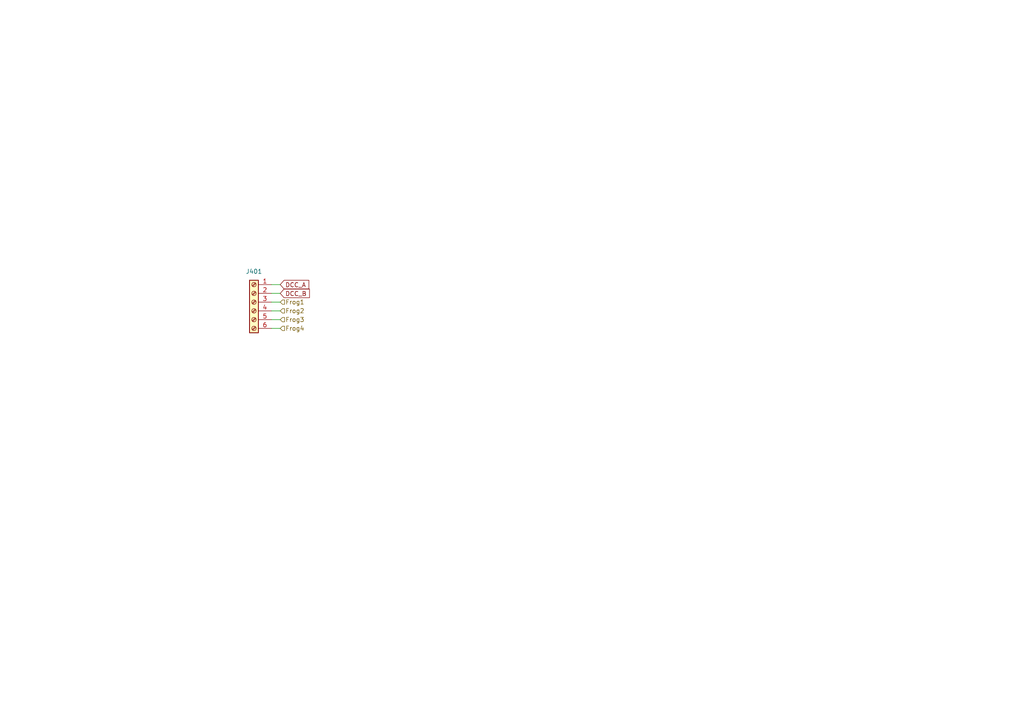
<source format=kicad_sch>
(kicad_sch (version 20231120) (generator "eeschema") (generator_version "8.0")
  (paper "A4")
  (lib_symbols
    (symbol "Connector:Screw_Terminal_01x06" (pin_names (offset 1.016) hide)
      (property "Reference" "J" (at 0 7.62 0))
      (property "Value" "Screw_Terminal_01x06" (at 0 -10.16 0))
      (symbol "Screw_Terminal_01x06_1_1"
        (rectangle (start -1.27 6.35) (end 1.27 -8.89) (stroke (width 0.254)) (fill (type background)))
        (circle (center 0 -7.62) (radius 0.635) (stroke (width 0.1524)))
        (circle (center 0 -5.08) (radius 0.635) (stroke (width 0.1524)))
        (circle (center 0 -2.54) (radius 0.635) (stroke (width 0.1524)))
        (polyline (pts (xy -0.5334 -7.2898) (xy 0.3302 -8.128)) (stroke (width 0.1524)))
        (polyline (pts (xy -0.5334 -4.7498) (xy 0.3302 -5.588)) (stroke (width 0.1524)))
        (polyline (pts (xy -0.5334 -2.2098) (xy 0.3302 -3.048)) (stroke (width 0.1524)))
        (polyline (pts (xy -0.5334 0.3302) (xy 0.3302 -0.508)) (stroke (width 0.1524)))
        (polyline (pts (xy -0.5334 2.8702) (xy 0.3302 2.032)) (stroke (width 0.1524)))
        (polyline (pts (xy -0.5334 5.4102) (xy 0.3302 4.572)) (stroke (width 0.1524)))
        (polyline (pts (xy -0.3556 -7.112) (xy 0.508 -7.9502)) (stroke (width 0.1524)))
        (polyline (pts (xy -0.3556 -4.572) (xy 0.508 -5.4102)) (stroke (width 0.1524)))
        (polyline (pts (xy -0.3556 -2.032) (xy 0.508 -2.8702)) (stroke (width 0.1524)))
        (polyline (pts (xy -0.3556 0.508) (xy 0.508 -0.3302)) (stroke (width 0.1524)))
        (polyline (pts (xy -0.3556 3.048) (xy 0.508 2.2098)) (stroke (width 0.1524)))
        (polyline (pts (xy -0.3556 5.588) (xy 0.508 4.7498)) (stroke (width 0.1524)))
        (circle (center 0 0) (radius 0.635) (stroke (width 0.1524)))
        (circle (center 0 2.54) (radius 0.635) (stroke (width 0.1524)))
        (circle (center 0 5.08) (radius 0.635) (stroke (width 0.1524)))
        (pin passive line (at -5.08 5.08 0) (length 3.81) (name "Pin_1") (number "1"))
        (pin passive line (at -5.08 2.54 0) (length 3.81) (name "Pin_2") (number "2"))
        (pin passive line (at -5.08 0 0) (length 3.81) (name "Pin_3") (number "3"))
        (pin passive line (at -5.08 -2.54 0) (length 3.81) (name "Pin_4") (number "4"))
        (pin passive line (at -5.08 -5.08 0) (length 3.81) (name "Pin_5") (number "5"))
        (pin passive line (at -5.08 -7.62 0) (length 3.81) (name "Pin_6") (number "6"))
      )
    )
  )
  (wire (pts (xy 78.74 82.55) (xy 81.28 82.55)))
  (wire (pts (xy 78.74 85.09) (xy 81.28 85.09)))
  (wire (pts (xy 78.74 90.17) (xy 81.28 90.17)))
  (wire (pts (xy 78.74 95.25) (xy 81.28 95.25)))
  (wire (pts (xy 78.74 92.71) (xy 81.28 92.71)))
  (wire (pts (xy 78.74 87.63) (xy 81.28 87.63)))
  (global_label "DCC_B" (shape input) (at 81.28 85.09 0) (property "Intersheetrefs" "${INTERSHEET_REFS}" (effects (hide yes))))
  (global_label "DCC_A" (shape input) (at 81.28 82.55 0) (property "Intersheetrefs" "${INTERSHEET_REFS}" (effects (hide yes))))
  (hierarchical_label "Frog2" (shape input) (at 81.28 90.17 0))
  (hierarchical_label "Frog1" (shape input) (at 81.28 87.63 0))
  (hierarchical_label "Frog4" (shape input) (at 81.28 95.25 0))
  (hierarchical_label "Frog3" (shape input) (at 81.28 92.71 0))
  (symbol (lib_id "Connector:Screw_Terminal_01x06") (at 73.66 87.63 0) (mirror y) (unit 1)
    (property "Reference" "J401" (at 73.66 78.74 0))
    (property "Value" "Screw_Terminal_01x06" (effects (hide yes)))
    (property "Footprint" "Connector_Phoenix_MC:PhoenixContact_MC_1,5_6-G-3.5_1x06_P3.50mm_Horizontal" (effects (hide yes)))
    (property "Description" "Generic screw terminal, single row, 01x06, script generated (kicad-library-utils/schlib/autogen/connector/)" (effects (hide yes)))
  )
)
</source>
